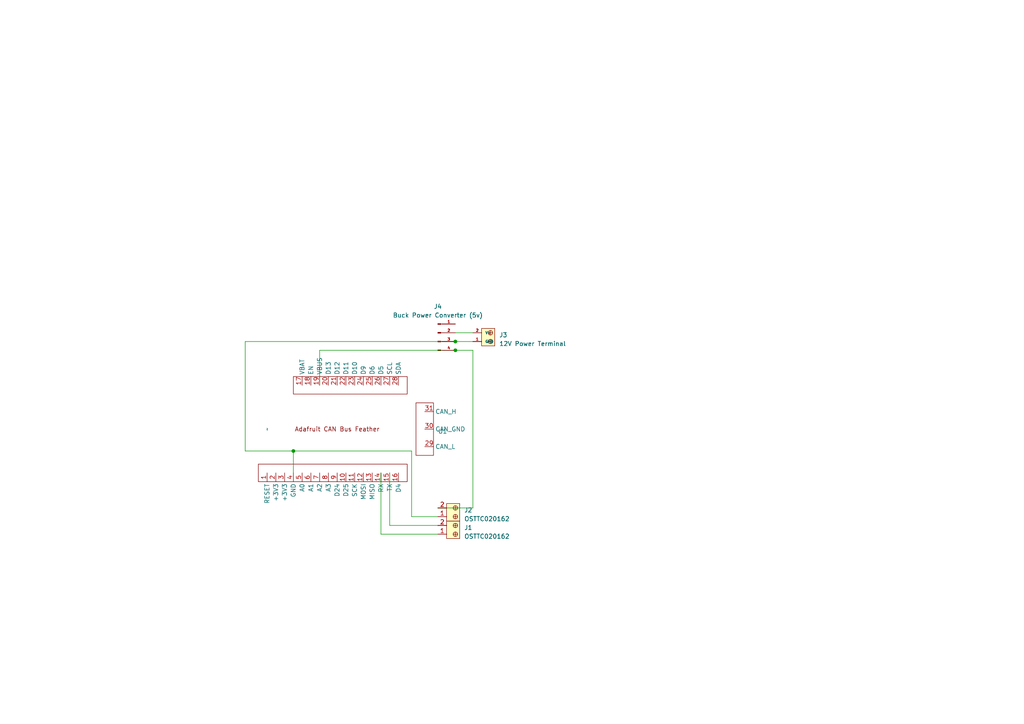
<source format=kicad_sch>
(kicad_sch (version 20230121) (generator eeschema)
  (paper "A4")
  (lib_symbols
    (symbol "Connector:Conn_01x04_Pin" (pin_names (offset 1.016) hide)
      (property "Reference" "J4" (at 0 7.62 0))
      (property "Value" "Buck Power Converter (5v)" (at 0 5.08 0))
      (symbol "Conn_01x04_Pin_1_1"
        (polyline (pts (xy 1.27 -5.08) (xy 0.8636 -5.08)) (stroke (width 0.1524)))
        (polyline (pts (xy 1.27 -2.54) (xy 0.8636 -2.54)) (stroke (width 0.1524)))
        (polyline (pts (xy 1.27 0) (xy 0.8636 0)) (stroke (width 0.1524)))
        (polyline (pts (xy 1.27 2.54) (xy 0.8636 2.54)) (stroke (width 0.1524)))
        (rectangle (start 0.8636 -4.953) (end 0 -5.207) (stroke (width 0.1524)) (fill (type outline)))
        (rectangle (start 0.8636 -2.413) (end 0 -2.667) (stroke (width 0.1524)) (fill (type outline)))
        (rectangle (start 0.8636 0.127) (end 0 -0.127) (stroke (width 0.1524)) (fill (type outline)))
        (rectangle (start 0.8636 2.667) (end 0 2.413) (stroke (width 0.1524)) (fill (type outline)))
        (pin passive line (at 5.08 2.54 180) (length 3.81) (name "Pin_1") (number "1"))
        (pin passive line (at 5.08 0 180) (length 3.81) (name "VI") (number "2"))
        (pin passive line (at 5.08 -2.54 180) (length 3.81) (name "GND") (number "3"))
        (pin passive line (at 5.08 -5.08 180) (length 3.81) (name "VO_(5V)") (number "4"))
      )
    )
    (symbol "Custom:Adafruit_CAN_Bus_Feather"
      (property "Reference" "U1" (at -0.635 -52.07 90))
      (property "Value" "~" (at 0 -2.54 0))
      (symbol "Adafruit_CAN_Bus_Feather_0_1"
        (rectangle (start -15.24 0) (end -10.16 -43.18))
        (rectangle (start 10.16 -10.16) (end 15.24 -43.18))
      )
      (symbol "Adafruit_CAN_Bus_Feather_1_1"
        (rectangle (start -7.62 -45.72) (end 7.62 -50.8))
        (text "Adafruit CAN Bus Feather" (at 0 -22.86 900) (effects (font (size 1.27 1.27))))
        (pin input line (at -12.7 -2.54 180) (length 2.54) (name "RESET") (number "1"))
        (pin bidirectional line (at -12.7 -25.4 180) (length 2.54) (name "D25") (number "10"))
        (pin bidirectional line (at -12.7 -27.94 180) (length 2.54) (name "SCK") (number "11"))
        (pin bidirectional line (at -12.7 -30.48 180) (length 2.54) (name "MOSI") (number "12"))
        (pin bidirectional line (at -12.7 -33.02 180) (length 2.54) (name "MISO") (number "13"))
        (pin bidirectional line (at -12.7 -35.56 180) (length 2.54) (name "RX") (number "14"))
        (pin bidirectional line (at -12.7 -38.1 180) (length 2.54) (name "TX") (number "15"))
        (pin bidirectional line (at -12.7 -40.64 180) (length 2.54) (name "D4") (number "16"))
        (pin bidirectional line (at 12.7 -12.7 0) (length 2.54) (name "VBAT") (number "17"))
        (pin bidirectional line (at 12.7 -15.24 0) (length 2.54) (name "EN") (number "18"))
        (pin bidirectional line (at 12.7 -17.78 0) (length 2.54) (name "VBUS") (number "19"))
        (pin output line (at -12.7 -5.08 180) (length 2.54) (name "+3V3") (number "2"))
        (pin bidirectional line (at 12.7 -20.32 0) (length 2.54) (name "D13") (number "20"))
        (pin bidirectional line (at 12.7 -22.86 0) (length 2.54) (name "D12") (number "21"))
        (pin bidirectional line (at 12.7 -25.4 0) (length 2.54) (name "D11") (number "22"))
        (pin bidirectional line (at 12.7 -27.94 0) (length 2.54) (name "D10") (number "23"))
        (pin bidirectional line (at 12.7 -30.48 0) (length 2.54) (name "D9") (number "24"))
        (pin bidirectional line (at 12.7 -33.02 0) (length 2.54) (name "D6") (number "25"))
        (pin bidirectional line (at 12.7 -35.56 0) (length 2.54) (name "D5") (number "26"))
        (pin bidirectional line (at 12.7 -38.1 0) (length 2.54) (name "SCL") (number "27"))
        (pin bidirectional line (at 12.7 -40.64 0) (length 2.54) (name "SDA") (number "28"))
        (pin bidirectional line (at -5.08 -48.26 270) (length 2.54) (name "CAN_L") (number "29"))
        (pin output line (at -12.7 -7.62 180) (length 2.54) (name "+3V3") (number "3"))
        (pin bidirectional line (at 0 -48.26 270) (length 2.54) (name "CAN_GND") (number "30"))
        (pin bidirectional line (at 5.08 -48.26 270) (length 2.54) (name "CAN_H") (number "31"))
        (pin bidirectional line (at -12.7 -10.16 180) (length 2.54) (name "GND") (number "4"))
        (pin bidirectional line (at -12.7 -12.7 180) (length 2.54) (name "A0") (number "5"))
        (pin bidirectional line (at -12.7 -15.24 180) (length 2.54) (name "A1") (number "6"))
        (pin bidirectional line (at -12.7 -17.78 180) (length 2.54) (name "A2") (number "7"))
        (pin bidirectional line (at -12.7 -20.32 180) (length 2.54) (name "A3") (number "8"))
        (pin bidirectional line (at -12.7 -22.86 180) (length 2.54) (name "D24") (number "9"))
      )
    )
    (symbol "OSTTC020162_1" (pin_names (offset 1.016))
      (property "Reference" "J3" (at 1.905 -2.54 90))
      (property "Value" "12V Power Terminal" (at -0.635 -2.54 90))
      (symbol "OSTTC020162_1_1_1"
        (rectangle (start -1.27 2.54) (end 3.81 -1.27) (fill (type background)))
        (polyline (pts (xy 0 0.635) (xy 0 -0.635)))
        (polyline (pts (xy 0.635 0) (xy -0.635 0)))
        (polyline (pts (xy 1.905 0) (xy 3.175 0)))
        (polyline (pts (xy 2.54 0.635) (xy 2.54 -0.635)))
        (circle (center 0 0) (radius 0.635))
        (circle (center 2.54 0) (radius 0.635))
        (pin passive line (at 0 5.08 270) (length 2.54) (name "GND") (number "1"))
        (pin passive line (at 2.54 5.08 270) (length 2.54) (name "V+") (number "2"))
      )
    )
    (symbol "dk_Terminal-Blocks-Wire-to-Board:OSTTC020162" (pin_names (offset 1.016))
      (property "Reference" "J" (at -2.54 1.27 0))
      (property "Value" "OSTTC020162" (at 1.27 -2.54 0))
      (symbol "OSTTC020162_1_1"
        (rectangle (start -1.27 2.54) (end 3.81 -1.27) (fill (type background)))
        (polyline (pts (xy 0 0.635) (xy 0 -0.635)))
        (polyline (pts (xy 0.635 0) (xy -0.635 0)))
        (polyline (pts (xy 1.905 0) (xy 3.175 0)))
        (polyline (pts (xy 2.54 0.635) (xy 2.54 -0.635)))
        (circle (center 0 0) (radius 0.635))
        (circle (center 2.54 0) (radius 0.635))
        (pin passive line (at 0 5.08 270) (length 2.54) (name "~") (number "1"))
        (pin passive line (at 2.54 5.08 270) (length 2.54) (name "~") (number "2"))
      )
    )
  )
  (junction (at 132.08 99.06))
  (junction (at 132.08 101.6))
  (junction (at 85.09 130.81))
  (wire (pts (xy 71.12 130.81) (xy 85.09 130.81)))
  (wire (pts (xy 85.09 130.81) (xy 85.09 137.16)))
  (wire (pts (xy 119.38 130.81) (xy 119.38 149.86)))
  (wire (pts (xy 71.12 99.06) (xy 132.08 99.06)))
  (wire (pts (xy 92.71 101.6) (xy 132.08 101.6)))
  (wire (pts (xy 137.16 147.32) (xy 127 147.32)))
  (wire (pts (xy 132.08 101.6) (xy 137.16 101.6)))
  (wire (pts (xy 110.49 154.94) (xy 110.49 137.16)))
  (wire (pts (xy 132.08 96.52) (xy 137.16 96.52)))
  (wire (pts (xy 119.38 149.86) (xy 127 149.86)))
  (wire (pts (xy 137.16 101.6) (xy 137.16 147.32)))
  (wire (pts (xy 85.09 130.81) (xy 119.38 130.81)))
  (wire (pts (xy 132.08 99.06) (xy 137.16 99.06)))
  (wire (pts (xy 113.03 137.16) (xy 113.03 152.4)))
  (wire (pts (xy 113.03 152.4) (xy 127 152.4)))
  (wire (pts (xy 110.49 154.94) (xy 127 154.94)))
  (wire (pts (xy 71.12 99.06) (xy 71.12 130.81)))
  (wire (pts (xy 92.71 101.6) (xy 92.71 111.76)))
  (symbol (lib_id "Connector:Conn_01x04_Pin") (at 127 96.52 0) (unit 1)
    (property "Reference" "J4" (at 127 88.9 0))
    (property "Value" "Buck Power Converter (5v)" (at 127 91.44 0))
    (property "Footprint" "Custom:Buck_Converter" (effects hide))
  )
  (symbol (lib_id "Custom:Adafruit_CAN_Bus_Feather") (at 74.93 124.46 90) (unit 1)
    (property "Reference" "U1" (at 127 125.095 90) (effects (justify right)))
    (property "Value" "~" (at 77.47 124.46 0))
    (property "Footprint" "Custom:Adafruit CAN Bus Feather" (effects hide))
  )
  (symbol (lib_id "dk_Terminal-Blocks-Wire-to-Board:OSTTC020162") (at 132.08 149.86 90) (unit 1)
    (property "Reference" "J2" (at 134.62 147.955 90) (effects (justify right)))
    (property "Value" "OSTTC020162" (at 134.62 150.495 90) (effects (justify right)))
    (property "Footprint" "digikey-footprints:Term_Block_1x2_P5mm" (effects hide))
    (property "Datasheet" "http://www.on-shore.com/wp-content/uploads/OSTTCXX0162.pdf" (effects hide))
    (property "Digi-Key_PN" "ED2600-ND" (effects hide))
    (property "MPN" "OSTTC020162" (effects hide))
    (property "Category" "Connectors, Interconnects" (effects hide))
    (property "Family" "Terminal Blocks - Wire to Board" (effects hide))
    (property "DK_Datasheet_Link" "http://www.on-shore.com/wp-content/uploads/OSTTCXX0162.pdf" (effects hide))
    (property "DK_Detail_Page" "/product-detail/en/on-shore-technology-inc/OSTTC020162/ED2600-ND/614549" (effects hide))
    (property "Description" "TERM BLK 2POS SIDE ENTRY 5MM PCB" (effects hide))
    (property "Manufacturer" "On Shore Technology Inc." (effects hide))
    (property "Status" "Active" (effects hide))
  )
  (symbol (lib_id "dk_Terminal-Blocks-Wire-to-Board:OSTTC020162") (at 132.08 154.94 90) (unit 1)
    (property "Reference" "J1" (at 134.62 153.035 90) (effects (justify right)))
    (property "Value" "OSTTC020162" (at 134.62 155.575 90) (effects (justify right)))
    (property "Footprint" "digikey-footprints:Term_Block_1x2_P5mm" (effects hide))
    (property "Datasheet" "http://www.on-shore.com/wp-content/uploads/OSTTCXX0162.pdf" (effects hide))
    (property "Digi-Key_PN" "ED2600-ND" (effects hide))
    (property "MPN" "OSTTC020162" (effects hide))
    (property "Category" "Connectors, Interconnects" (effects hide))
    (property "Family" "Terminal Blocks - Wire to Board" (effects hide))
    (property "DK_Datasheet_Link" "http://www.on-shore.com/wp-content/uploads/OSTTCXX0162.pdf" (effects hide))
    (property "DK_Detail_Page" "/product-detail/en/on-shore-technology-inc/OSTTC020162/ED2600-ND/614549" (effects hide))
    (property "Description" "TERM BLK 2POS SIDE ENTRY 5MM PCB" (effects hide))
    (property "Manufacturer" "On Shore Technology Inc." (effects hide))
    (property "Status" "Active" (effects hide))
  )
  (symbol (lib_name "OSTTC020162_1") (lib_id "dk_Terminal-Blocks-Wire-to-Board:OSTTC020162") (at 142.24 99.06 90) (unit 1)
    (property "Reference" "J3" (at 144.78 97.155 90) (effects (justify right)))
    (property "Value" "12V Power Terminal" (at 144.78 99.695 90) (effects (justify right)))
    (property "Footprint" "digikey-footprints:Term_Block_1x2_P5mm" (effects hide))
    (property "Datasheet" "http://www.on-shore.com/wp-content/uploads/OSTTCXX0162.pdf" (effects hide))
    (property "Digi-Key_PN" "ED2600-ND" (effects hide))
    (property "MPN" "OSTTC020162" (effects hide))
    (property "Category" "Connectors, Interconnects" (effects hide))
    (property "Family" "Terminal Blocks - Wire to Board" (effects hide))
    (property "DK_Datasheet_Link" "http://www.on-shore.com/wp-content/uploads/OSTTCXX0162.pdf" (effects hide))
    (property "DK_Detail_Page" "/product-detail/en/on-shore-technology-inc/OSTTC020162/ED2600-ND/614549" (effects hide))
    (property "Description" "TERM BLK 2POS SIDE ENTRY 5MM PCB" (effects hide))
    (property "Manufacturer" "On Shore Technology Inc." (effects hide))
    (property "Status" "Active" (effects hide))
  )
)
</source>
